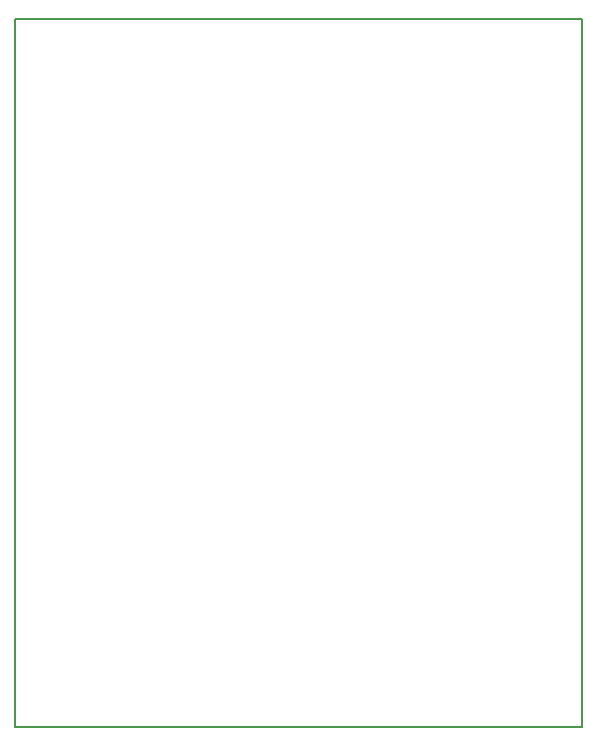
<source format=gbr>
G04 #@! TF.FileFunction,Profile,NP*
%FSLAX46Y46*%
G04 Gerber Fmt 4.6, Leading zero omitted, Abs format (unit mm)*
G04 Created by KiCad (PCBNEW 4.0.7) date Monday, January 25, 2021 'AMt' 11:59:33 AM*
%MOMM*%
%LPD*%
G01*
G04 APERTURE LIST*
%ADD10C,0.100000*%
%ADD11C,0.150000*%
G04 APERTURE END LIST*
D10*
D11*
X68000000Y-131000000D02*
X116000000Y-131000000D01*
X68000000Y-71000000D02*
X116000000Y-71000000D01*
X116000000Y-131000000D02*
X116000000Y-71000000D01*
X68000000Y-71000000D02*
X68000000Y-131000000D01*
M02*

</source>
